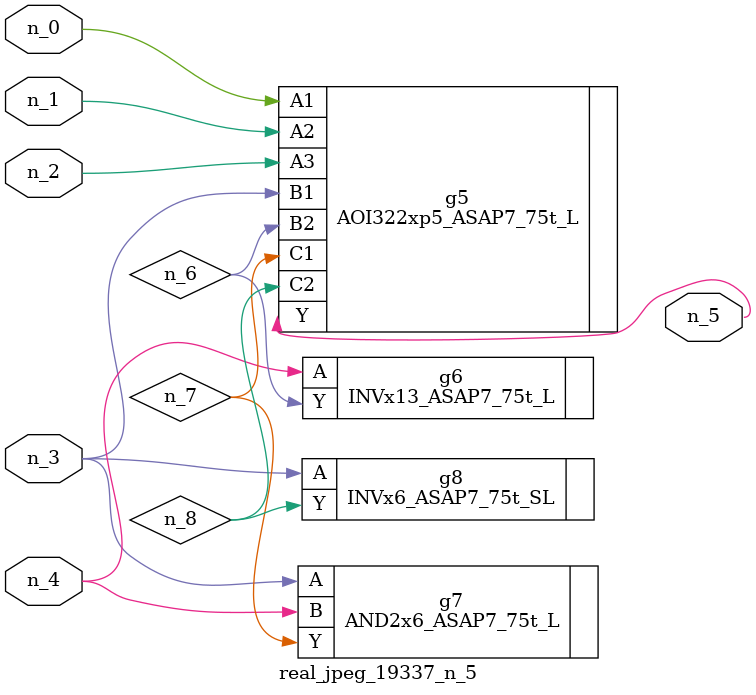
<source format=v>
module real_jpeg_19337_n_5 (n_4, n_0, n_1, n_2, n_3, n_5);

input n_4;
input n_0;
input n_1;
input n_2;
input n_3;

output n_5;

wire n_8;
wire n_6;
wire n_7;

AOI322xp5_ASAP7_75t_L g5 ( 
.A1(n_0),
.A2(n_1),
.A3(n_2),
.B1(n_3),
.B2(n_6),
.C1(n_7),
.C2(n_8),
.Y(n_5)
);

AND2x6_ASAP7_75t_L g7 ( 
.A(n_3),
.B(n_4),
.Y(n_7)
);

INVx6_ASAP7_75t_SL g8 ( 
.A(n_3),
.Y(n_8)
);

INVx13_ASAP7_75t_L g6 ( 
.A(n_4),
.Y(n_6)
);


endmodule
</source>
